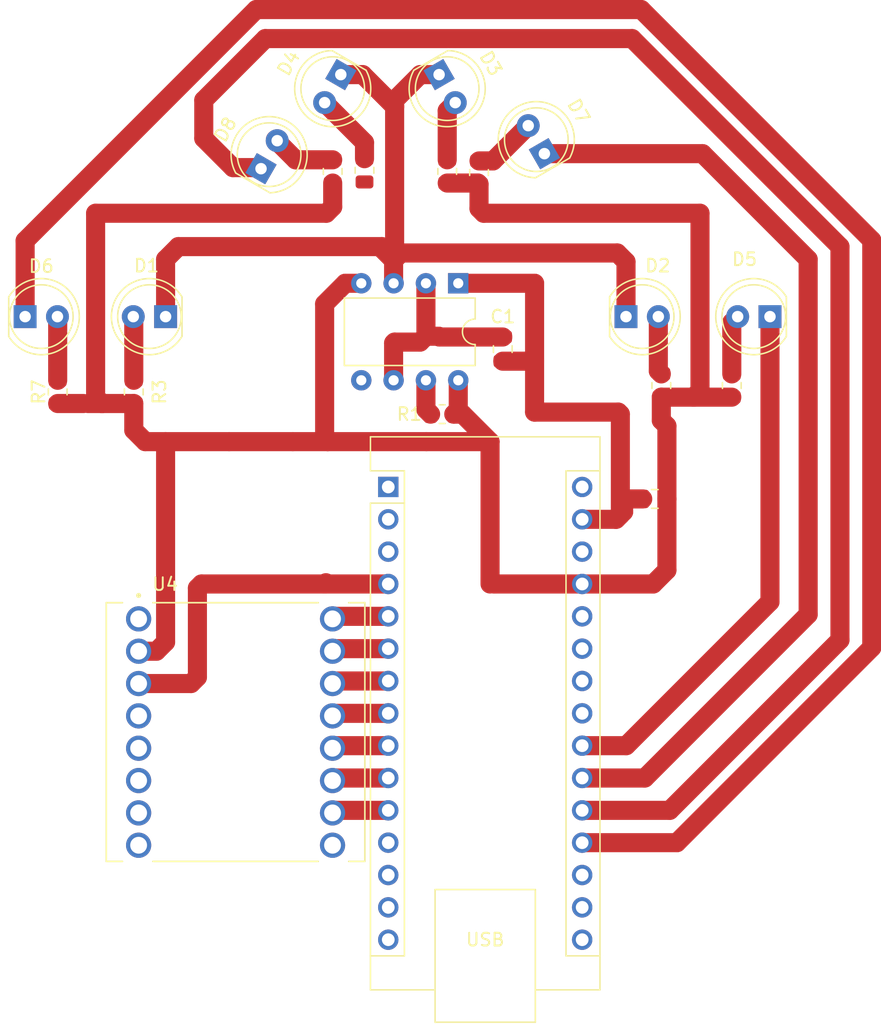
<source format=kicad_pcb>
(kicad_pcb (version 20240108) (generator "pcbnew") (generator_version "8.0")
  (layers (0 "F.Cu" signal) (31 "B.Cu" signal) (34 "B.Paste" user) (35 "F.Paste" user) (36 "B.SilkS" user "B.Silkscreen") (37 "F.SilkS" user "F.Silkscreen") (38 "B.Mask" user) (39 "F.Mask" user) (44 "Edge.Cuts" user))
  (net 0 "")
  (net 1 "Net-(U2-THR)")
  (net 2 "GND")
  (net 3 "Net-(D1-K)")
  (net 4 "Net-(D1-A)")
  (net 5 "Net-(D2-A)")
  (net 6 "Net-(D3-A)")
  (net 7 "Net-(D4-A)")
  (net 8 "Net-(D5-A)")
  (net 9 "Net-(D5-K)")
  (net 10 "Net-(D6-K)")
  (net 11 "Net-(D6-A)")
  (net 12 "Net-(D7-K)")
  (net 13 "Net-(D7-A)")
  (net 14 "Net-(D8-K)")
  (net 15 "Net-(D8-A)")
  (net 16 "Net-(U2-DIS)")
  (net 17 "+5V")
  (net 21 "Net-(TB1-D4)")
  (net 24 "Net-(TB1-D8)")
  (net 25 "Net-(TB1-RESET-Pad28)")
  (net 31 "Net-(TB1-D2)")
  (net 32 "Net-(TB1-D7)")
  (net 33 "Net-(TB1-D3)")
  (net 34 "Net-(TB1-D5)")
  (net 39 "Net-(TB1-D6)")
  (footprint "LED_THT:LED_D5.0mm" (layer "F.Cu") (at 143.27 45.319705 120)
    (property "Reference" "D7" (at 1.54 4 120) (layer "F.SilkS"))
    (property "Value" "LED" (hide yes))
    (fp_line (start -1.29 -1.545) (end -1.29 1.545) (stroke (width 0.12)) (layer "F.SilkS"))
    (fp_arc (start 4.26 -0.000462) (mid 2.072001 2.880432) (end -1.29 1.54483) (stroke (width 0.12)) (layer "F.SilkS"))
    (fp_arc (start -1.29 -1.54483) (mid 2.072001 -2.880433) (end 4.26 0.000462) (stroke (width 0.12)) (layer "F.SilkS"))
    (fp_circle (center 1.27 0) (end 3.77 0) (stroke (width 0.12)) (fill none) (layer "F.SilkS"))
    (pad "1" thru_hole rect (at 0 0 120) (size 1.8 1.8) (drill 0.9) (layers "*.Cu" "*.Mask") (net 12 "Net-(D7-K)"))
    (pad "2" thru_hole circle (at 2.54 0 120) (size 1.8 1.8) (drill 0.9) (layers "*.Cu" "*.Mask") (net 13 "Net-(D7-A)"))
  )
  (footprint "Resistor_SMD:R_0805_2012Metric" (layer "F.Cu") (at 135.24 65.78)
    (property "Reference" "R1" (at -2.5875 0 360) (layer "F.SilkS"))
    (property "Value" "R" (hide yes))
    (fp_line (start -0.227064 -0.735) (end 0.227064 -0.735) (stroke (width 0.12)) (layer "F.SilkS"))
    (fp_line (start -0.227064 0.735) (end 0.227064 0.735) (stroke (width 0.12)) (layer "F.SilkS"))
    (pad "1" smd roundrect (at -0.9125 0) (size 1.025 1.4) (layers "F.Cu" "F.Paste" "F.Mask") (roundrect_rratio 0.243902) (net 16 "Net-(U2-DIS)"))
    (pad "2" smd roundrect (at 0.9125 0) (size 1.025 1.4) (layers "F.Cu" "F.Paste" "F.Mask") (roundrect_rratio 0.243902) (net 17 "+5V"))
  )
  (footprint "LED_THT:LED_D5.0mm" (layer "F.Cu") (at 134.995 39.11134 -60)
    (property "Reference" "D3" (at 1.269999 -3.96 120) (layer "F.SilkS"))
    (property "Value" "LED" (hide yes))
    (fp_line (start -1.29 -1.545) (end -1.29 1.545) (stroke (width 0.12)) (layer "F.SilkS"))
    (fp_arc (start -1.29 -1.54483) (mid 2.072003 -2.880434) (end 4.260001 0.000462) (stroke (width 0.12)) (layer "F.SilkS"))
    (fp_arc (start 4.26 -0.000463) (mid 2.072002 2.880433) (end -1.29 1.54483) (stroke (width 0.12)) (layer "F.SilkS"))
    (fp_circle (center 1.270001 0) (end 3.77 0) (stroke (width 0.12)) (fill none) (layer "F.SilkS"))
    (pad "1" thru_hole rect (at 0 0 300) (size 1.8 1.8) (drill 0.9) (layers "*.Cu" "*.Mask") (net 3 "Net-(D1-K)"))
    (pad "2" thru_hole circle (at 2.54 0 300) (size 1.8 1.8) (drill 0.9) (layers "*.Cu" "*.Mask") (net 6 "Net-(D3-A)"))
  )
  (footprint "LED_THT:LED_D5.0mm" (layer "F.Cu") (at 121 46.5 60)
    (property "Reference" "D8" (at 1.27 -3.96 60) (layer "F.SilkS"))
    (property "Value" "LED" (hide yes))
    (fp_line (start -1.29 -1.545) (end -1.29 1.545) (stroke (width 0.12)) (layer "F.SilkS"))
    (fp_arc (start -1.29 -1.54483) (mid 2.072001 -2.880432) (end 4.26 0.000462) (stroke (width 0.12)) (layer "F.SilkS"))
    (fp_arc (start 4.26 -0.000462) (mid 2.072001 2.880433) (end -1.29 1.54483) (stroke (width 0.12)) (layer "F.SilkS"))
    (fp_circle (center 1.27 0) (end 3.77 0) (stroke (width 0.12)) (fill none) (layer "F.SilkS"))
    (pad "1" thru_hole rect (at 0 0 60) (size 1.8 1.8) (drill 0.9) (layers "*.Cu" "*.Mask") (net 14 "Net-(D8-K)"))
    (pad "2" thru_hole circle (at 2.54 0 60) (size 1.8 1.8) (drill 0.9) (layers "*.Cu" "*.Mask") (net 15 "Net-(D8-A)"))
  )
  (footprint "Resistor_SMD:R_0805_2012Metric" (layer "F.Cu") (at 135.6325 46.715523 -90)
    (property "Reference" "R4" (hide yes))
    (property "Value" "R" (hide yes))
    (fp_line (start -0.227064 0.735) (end 0.227064 0.735) (stroke (width 0.12)) (layer "F.SilkS"))
    (fp_line (start -0.227064 -0.735) (end 0.227064 -0.735) (stroke (width 0.12)) (layer "F.SilkS"))
    (pad "1" smd roundrect (at -0.9125 0 270) (size 1.025 1.4) (layers "F.Cu" "F.Paste" "F.Mask") (roundrect_rratio 0.243902) (net 6 "Net-(D3-A)"))
    (pad "2" smd roundrect (at 0.9125 0 270) (size 1.025 1.4) (layers "F.Cu" "F.Paste" "F.Mask") (roundrect_rratio 0.243902) (net 17 "+5V"))
  )
  (footprint "Resistor_SMD:R_0805_2012Metric" (layer "F.Cu") (at 105.02 64.0325 -90)
    (property "Reference" "R7" (at 0 1.5 90) (layer "F.SilkS"))
    (property "Value" "R" (hide yes))
    (fp_line (start -0.227064 0.735) (end 0.227064 0.735) (stroke (width 0.12)) (layer "F.SilkS"))
    (fp_line (start -0.227064 -0.735) (end 0.227064 -0.735) (stroke (width 0.12)) (layer "F.SilkS"))
    (pad "1" smd roundrect (at -0.9125 0 270) (size 1.025 1.4) (layers "F.Cu" "F.Paste" "F.Mask") (roundrect_rratio 0.243902) (net 11 "Net-(D6-A)"))
    (pad "2" smd roundrect (at 0.9125 0 270) (size 1.025 1.4) (layers "F.Cu" "F.Paste" "F.Mask") (roundrect_rratio 0.243902) (net 17 "+5V"))
  )
  (footprint "Capacitor_SMD:C_0805_2012Metric" (layer "F.Cu") (at 151.95 72.44 180)
    (property "Reference" "C3" (hide yes))
    (property "Value" "C" (hide yes))
    (fp_line (start -0.261252 0.735) (end 0.261252 0.735) (stroke (width 0.12)) (layer "F.SilkS"))
    (fp_line (start -0.261252 -0.735) (end 0.261252 -0.735) (stroke (width 0.12)) (layer "F.SilkS"))
    (pad "1" smd roundrect (at -0.95 0 180) (size 1 1.45) (layers "F.Cu" "F.Paste" "F.Mask") (net 17 "+5V"))
    (pad "2" smd roundrect (at 0.95 0 180) (size 1 1.45) (layers "F.Cu" "F.Paste" "F.Mask") (net 2 "GND"))
  )
  (footprint "Resistor_SMD:R_0805_2012Metric" (layer "F.Cu") (at 129.1325 46.628023 -90)
    (property "Reference" "R5" (hide yes))
    (property "Value" "R" (hide yes))
    (fp_line (start -0.227064 0.735) (end 0.227064 0.735) (stroke (width 0.12)) (layer "F.SilkS"))
    (fp_line (start -0.227064 -0.735) (end 0.227064 -0.735) (stroke (width 0.12)) (layer "F.SilkS"))
    (pad "1" smd roundrect (at -0.9125 0 270) (size 1.025 1.4) (layers "F.Cu" "F.Paste" "F.Mask") (roundrect_rratio 0.243902) (net 7 "Net-(D4-A)"))
    (pad "2" smd roundrect (at 0.9125 0 270) (size 1.025 1.4) (layers "F.Cu" "F.Paste" "F.Mask") (roundrect_rratio 0.243902) (net 17 "+5V"))
  )
  (footprint "Resistor_SMD:R_0805_2012Metric" (layer "F.Cu") (at 158 63.5325 -90)
    (property "Reference" "R6" (hide yes))
    (property "Value" "R" (hide yes))
    (fp_line (start -0.227064 0.735) (end 0.227064 0.735) (stroke (width 0.12)) (layer "F.SilkS"))
    (fp_line (start -0.227064 -0.735) (end 0.227064 -0.735) (stroke (width 0.12)) (layer "F.SilkS"))
    (pad "1" smd roundrect (at -0.9125 0 270) (size 1.025 1.4) (layers "F.Cu" "F.Paste" "F.Mask") (roundrect_rratio 0.243902) (net 8 "Net-(D5-A)"))
    (pad "2" smd roundrect (at 0.9125 0 270) (size 1.025 1.4) (layers "F.Cu" "F.Paste" "F.Mask") (roundrect_rratio 0.243902) (net 17 "+5V"))
  )
  (footprint "LED_THT:LED_D5.0mm" (layer "F.Cu") (at 161 58.12 180)
    (property "Reference" "D5" (at 2 4.5 360) (layer "F.SilkS"))
    (property "Value" "LED" (hide yes))
    (fp_line (start -1.29 -1.545) (end -1.29 1.545) (stroke (width 0.12)) (layer "F.SilkS"))
    (fp_arc (start 4.26 -0.000462) (mid 2.072002 2.880433) (end -1.29 1.54483) (stroke (width 0.12)) (layer "F.SilkS"))
    (fp_arc (start -1.29 -1.54483) (mid 2.072002 -2.880433) (end 4.26 0.000462) (stroke (width 0.12)) (layer "F.SilkS"))
    (fp_circle (center 1.27 0) (end 3.77 0) (stroke (width 0.12)) (fill none) (layer "F.SilkS"))
    (pad "1" thru_hole rect (at 0 0 180) (size 1.8 1.8) (drill 0.9) (layers "*.Cu" "*.Mask") (net 9 "Net-(D5-K)"))
    (pad "2" thru_hole circle (at 2.54 0 180) (size 1.8 1.8) (drill 0.9) (layers "*.Cu" "*.Mask") (net 8 "Net-(D5-A)"))
  )
  (footprint "LED_THT:LED_D5.0mm" (layer "F.Cu") (at 149.685 58.12)
    (property "Reference" "D2" (at 2.5 -4 0) (layer "F.SilkS"))
    (property "Value" "LED" (hide yes))
    (fp_line (start -1.29 -1.545) (end -1.29 1.545) (stroke (width 0.12)) (layer "F.SilkS"))
    (fp_arc (start -1.29 -1.54483) (mid 2.072002 -2.880433) (end 4.26 0.000462) (stroke (width 0.12)) (layer "F.SilkS"))
    (fp_arc (start 4.26 -0.000462) (mid 2.072002 2.880433) (end -1.29 1.54483) (stroke (width 0.12)) (layer "F.SilkS"))
    (fp_circle (center 1.27 0) (end 3.77 0) (stroke (width 0.12)) (fill none) (layer "F.SilkS"))
    (pad "1" thru_hole rect (at 0 0) (size 1.8 1.8) (drill 0.9) (layers "*.Cu" "*.Mask") (net 3 "Net-(D1-K)"))
    (pad "2" thru_hole circle (at 2.54 0) (size 1.8 1.8) (drill 0.9) (layers "*.Cu" "*.Mask") (net 5 "Net-(D2-A)"))
  )
  (footprint "LED_THT:LED_D5.0mm" (layer "F.Cu") (at 102.46 58.12)
    (property "Reference" "D6" (at 1.27 -3.96 0) (layer "F.SilkS"))
    (property "Value" "LED" (hide yes))
    (fp_line (start -1.29 -1.545) (end -1.29 1.545) (stroke (width 0.12)) (layer "F.SilkS"))
    (fp_arc (start -1.29 -1.54483) (mid 2.072002 -2.880433) (end 4.26 0.000462) (stroke (width 0.12)) (layer "F.SilkS"))
    (fp_arc (start 4.26 -0.000462) (mid 2.072002 2.880433) (end -1.29 1.54483) (stroke (width 0.12)) (layer "F.SilkS"))
    (fp_circle (center 1.27 0) (end 3.77 0) (stroke (width 0.12)) (fill none) (layer "F.SilkS"))
    (pad "1" thru_hole rect (at 0 0) (size 1.8 1.8) (drill 0.9) (layers "*.Cu" "*.Mask") (net 10 "Net-(D6-K)"))
    (pad "2" thru_hole circle (at 2.54 0) (size 1.8 1.8) (drill 0.9) (layers "*.Cu" "*.Mask") (net 11 "Net-(D6-A)"))
  )
  (footprint "Capacitor_SMD:C_0805_2012Metric" (layer "F.Cu") (at 140 60.67 -90)
    (property "Reference" "C1" (at -2.55 0 180) (layer "F.SilkS"))
    (property "Value" "C")
    (fp_line (start -0.261252 0.735) (end 0.261252 0.735) (stroke (width 0.12)) (layer "F.SilkS"))
    (fp_line (start -0.261252 -0.735) (end 0.261252 -0.735) (stroke (width 0.12)) (layer "F.SilkS"))
    (pad "1" smd roundrect (at -0.95 0 270) (size 1 1.45) (layers "F.Cu" "F.Paste" "F.Mask") (net 1 "Net-(U2-THR)"))
    (pad "2" smd roundrect (at 0.95 0 270) (size 1 1.45) (layers "F.Cu" "F.Paste" "F.Mask") (net 2 "GND"))
  )
  (footprint "tb6612FNG:TB6612FNG" (layer "F.Cu") (at 119 90.75)
    (property "Reference" "U4" (at -5.5332 -11.6132 360) (layer "F.SilkS"))
    (property "Value" "ROB-14450" (hide yes))
    (fp_line (start -10.16 -10.16) (end -10.16 10.16) (stroke (width 0.127)) (layer "F.SilkS"))
    (fp_line (start -8.89 -10.16) (end -10.16 -10.16) (stroke (width 0.127)) (layer "F.SilkS"))
    (fp_line (start -8.89 10.16) (end -10.16 10.16) (stroke (width 0.127)) (layer "F.SilkS"))
    (fp_line (start -6.5 -10.16) (end 6.5 -10.16) (stroke (width 0.127)) (layer "F.SilkS"))
    (fp_line (start -6.5 10.16) (end 6.5 10.16) (stroke (width 0.127)) (layer "F.SilkS"))
    (fp_line (start 8.89 -10.16) (end 10.16 -10.16) (stroke (width 0.127)) (layer "F.SilkS"))
    (fp_line (start 8.89 10.16) (end 10.16 10.16) (stroke (width 0.127)) (layer "F.SilkS"))
    (fp_line (start 10.16 10.16) (end 10.16 -10.16) (stroke (width 0.127)) (layer "F.SilkS"))
    (fp_circle (center -7.62 -10.7282) (end -7.52 -10.7282) (stroke (width 0.2)) (fill none) (layer "F.SilkS"))
    (pad "1" thru_hole circle (at -7.62 -8.89) (size 1.98 1.98) (drill 1.32) (layers "*.Cu" "*.Mask"))
    (pad "2" thru_hole circle (at -7.62 -6.35) (size 1.98 1.98) (drill 1.32) (layers "*.Cu" "*.Mask") (net 17 "+5V"))
    (pad "3" thru_hole circle (at -7.62 -3.81) (size 1.98 1.98) (drill 1.32) (layers "*.Cu" "*.Mask") (net 2 "GND"))
    (pad "4" thru_hole circle (at -7.62 -1.27) (size 1.98 1.98) (drill 1.32) (layers "*.Cu" "*.Mask"))
    (pad "5" thru_hole circle (at -7.62 1.27) (size 1.98 1.98) (drill 1.32) (layers "*.Cu" "*.Mask"))
    (pad "6" thru_hole circle (at -7.62 3.81) (size 1.98 1.98) (drill 1.32) (layers "*.Cu" "*.Mask"))
    (pad "7" thru_hole circle (at -7.62 6.35) (size 1.98 1.98) (drill 1.32) (layers "*.Cu" "*.Mask"))
    (pad "8" thru_hole circle (at -7.62 8.89) (size 1.98 1.98) (drill 1.32) (layers "*.Cu" "*.Mask") (net 2 "GND"))
    (pad "9" thru_hole circle (at 7.62 8.89) (size 1.98 1.98) (drill 1.32) (layers "*.Cu" "*.Mask") (net 2 "GND"))
    (pad "10" thru_hole circle (at 7.62 6.35) (size 1.98 1.98) (drill 1.32) (layers "*.Cu" "*.Mask") (net 24 "Net-(TB1-D8)"))
    (pad "11" thru_hole circle (at 7.62 3.81) (size 1.98 1.98) (drill 1.32) (layers "*.Cu" "*.Mask") (net 32 "Net-(TB1-D7)"))
    (pad "12" thru_hole circle (at 7.62 1.27) (size 1.98 1.98) (drill 1.32) (layers "*.Cu" "*.Mask") (net 39 "Net-(TB1-D6)"))
    (pad "13" thru_hole circle (at 7.62 -1.27) (size 1.98 1.98) (drill 1.32) (layers "*.Cu" "*.Mask") (net 34 "Net-(TB1-D5)"))
    (pad "14" thru_hole circle (at 7.62 -3.81) (size 1.98 1.98) (drill 1.32) (layers "*.Cu" "*.Mask") (net 21 "Net-(TB1-D4)"))
    (pad "15" thru_hole circle (at 7.62 -6.35) (size 1.98 1.98) (drill 1.32) (layers "*.Cu" "*.Mask") (net 33 "Net-(TB1-D3)"))
    (pad "16" thru_hole circle (at 7.62 -8.89) (size 1.98 1.98) (drill 1.32) (layers "*.Cu" "*.Mask") (net 31 "Net-(TB1-D2)"))
  )
  (footprint "Resistor_SMD:R_0805_2012Metric" (layer "F.Cu") (at 152.46 63.5325 -90)
    (property "Reference" "R2" (hide yes))
    (property "Value" "R" (hide yes))
    (fp_line (start -0.227064 0.735) (end 0.227064 0.735) (stroke (width 0.12)) (layer "F.SilkS"))
    (fp_line (start -0.227064 -0.735) (end 0.227064 -0.735) (stroke (width 0.12)) (layer "F.SilkS"))
    (pad "1" smd roundrect (at -0.9125 0 270) (size 1.025 1.4) (layers "F.Cu" "F.Paste" "F.Mask") (roundrect_rratio 0.243902) (net 5 "Net-(D2-A)"))
    (pad "2" smd roundrect (at 0.9125 0 270) (size 1.025 1.4) (layers "F.Cu" "F.Paste" "F.Mask") (roundrect_rratio 0.243902) (net 17 "+5V"))
  )
  (footprint "Module:Arduino_Nano" (layer "F.Cu") (at 131 71.5)
    (property "Reference" "TB1" (hide yes))
    (property "Value" "ARDUINO_NANO")
    (fp_line (start -1.4 -3.94) (end -1.4 -1.27) (stroke (width 0.12)) (layer "F.SilkS"))
    (fp_line (start -1.4 1.27) (end -1.4 39.5) (stroke (width 0.12)) (layer "F.SilkS"))
    (fp_line (start -1.4 39.5) (end 3.68 39.5) (stroke (width 0.12)) (layer "F.SilkS"))
    (fp_line (start 1.27 -1.27) (end -1.4 -1.27) (stroke (width 0.12)) (layer "F.SilkS"))
    (fp_line (start 1.27 1.27) (end -1.4 1.27) (stroke (width 0.12)) (layer "F.SilkS"))
    (fp_line (start 1.27 1.27) (end 1.27 -1.27) (stroke (width 0.12)) (layer "F.SilkS"))
    (fp_line (start 1.27 1.27) (end 1.27 36.83) (stroke (width 0.12)) (layer "F.SilkS"))
    (fp_line (start 1.27 36.83) (end -1.4 36.83) (stroke (width 0.12)) (layer "F.SilkS"))
    (fp_line (start 3.68 31.62) (end 11.56 31.62) (stroke (width 0.12)) (layer "F.SilkS"))
    (fp_line (start 3.68 42.04) (end 3.68 31.62) (stroke (width 0.12)) (layer "F.SilkS"))
    (fp_line (start 11.56 31.62) (end 11.56 42.04) (stroke (width 0.12)) (layer "F.SilkS"))
    (fp_line (start 11.56 42.04) (end 3.68 42.04) (stroke (width 0.12)) (layer "F.SilkS"))
    (fp_line (start 13.97 -1.27) (end 13.97 36.83) (stroke (width 0.12)) (layer "F.SilkS"))
    (fp_line (start 13.97 -1.27) (end 16.64 -1.27) (stroke (width 0.12)) (layer "F.SilkS"))
    (fp_line (start 13.97 36.83) (end 16.64 36.83) (stroke (width 0.12)) (layer "F.SilkS"))
    (fp_line (start 16.64 -3.94) (end -1.4 -3.94) (stroke (width 0.12)) (layer "F.SilkS"))
    (fp_line (start 16.64 39.5) (end 11.56 39.5) (stroke (width 0.12)) (layer "F.SilkS"))
    (fp_line (start 16.64 39.5) (end 16.64 -3.94) (stroke (width 0.12)) (layer "F.SilkS"))
    (fp_text user "USB" (at 7.62 35.56 0) (layer "F.SilkS"))
    (pad "1" thru_hole rect (at 0 0) (size 1.6 1.6) (drill 1) (layers "*.Cu" "*.Mask"))
    (pad "2" thru_hole oval (at 0 2.54) (size 1.6 1.6) (drill 1) (layers "*.Cu" "*.Mask"))
    (pad "3" thru_hole oval (at 0 5.08) (size 1.6 1.6) (drill 1) (layers "*.Cu" "*.Mask") (net 25 "Net-(TB1-RESET-Pad28)"))
    (pad "4" thru_hole oval (at 0 7.62) (size 1.6 1.6) (drill 1) (layers "*.Cu" "*.Mask") (net 2 "GND"))
    (pad "5" thru_hole oval (at 0 10.16) (size 1.6 1.6) (drill 1) (layers "*.Cu" "*.Mask") (net 31 "Net-(TB1-D2)"))
    (pad "6" thru_hole oval (at 0 12.7) (size 1.6 1.6) (drill 1) (layers "*.Cu" "*.Mask") (net 33 "Net-(TB1-D3)"))
    (pad "7" thru_hole oval (at 0 15.24) (size 1.6 1.6) (drill 1) (layers "*.Cu" "*.Mask") (net 21 "Net-(TB1-D4)"))
    (pad "8" thru_hole oval (at 0 17.78) (size 1.6 1.6) (drill 1) (layers "*.Cu" "*.Mask") (net 34 "Net-(TB1-D5)"))
    (pad "9" thru_hole oval (at 0 20.32) (size 1.6 1.6) (drill 1) (layers "*.Cu" "*.Mask") (net 39 "Net-(TB1-D6)"))
    (pad "10" thru_hole oval (at 0 22.86) (size 1.6 1.6) (drill 1) (layers "*.Cu" "*.Mask") (net 32 "Net-(TB1-D7)"))
    (pad "11" thru_hole oval (at 0 25.4) (size 1.6 1.6) (drill 1) (layers "*.Cu" "*.Mask") (net 24 "Net-(TB1-D8)"))
    (pad "12" thru_hole oval (at 0 27.94) (size 1.6 1.6) (drill 1) (layers "*.Cu" "*.Mask"))
    (pad "13" thru_hole oval (at 0 30.48) (size 1.6 1.6) (drill 1) (layers "*.Cu" "*.Mask"))
    (pad "14" thru_hole oval (at 0 33.02) (size 1.6 1.6) (drill 1) (layers "*.Cu" "*.Mask"))
    (pad "15" thru_hole oval (at 0 35.56) (size 1.6 1.6) (drill 1) (layers "*.Cu" "*.Mask"))
    (pad "16" thru_hole oval (at 15.24 35.56) (size 1.6 1.6) (drill 1) (layers "*.Cu" "*.Mask"))
    (pad "17" thru_hole oval (at 15.24 33.02) (size 1.6 1.6) (drill 1) (layers "*.Cu" "*.Mask"))
    (pad "18" thru_hole oval (at 15.24 30.48) (size 1.6 1.6) (drill 1) (layers "*.Cu" "*.Mask"))
    (pad "19" thru_hole oval (at 15.24 27.94) (size 1.6 1.6) (drill 1) (layers "*.Cu" "*.Mask") (net 10 "Net-(D6-K)"))
    (pad "20" thru_hole oval (at 15.24 25.4) (size 1.6 1.6) (drill 1) (layers "*.Cu" "*.Mask") (net 14 "Net-(D8-K)"))
    (pad "21" thru_hole oval (at 15.24 22.86) (size 1.6 1.6) (drill 1) (layers "*.Cu" "*.Mask") (net 12 "Net-(D7-K)"))
    (pad "22" thru_hole oval (at 15.24 20.32) (size 1.6 1.6) (drill 1) (layers "*.Cu" "*.Mask") (net 9 "Net-(D5-K)"))
    (pad "23" thru_hole oval (at 15.24 17.78) (size 1.6 1.6) (drill 1) (layers "*.Cu" "*.Mask"))
    (pad "24" thru_hole oval (at 15.24 15.24) (size 1.6 1.6) (drill 1) (layers "*.Cu" "*.Mask"))
    (pad "25" thru_hole oval (at 15.24 12.7) (size 1.6 1.6) (drill 1) (layers "*.Cu" "*.Mask"))
    (pad "26" thru_hole oval (at 15.24 10.16) (size 1.6 1.6) (drill 1) (layers "*.Cu" "*.Mask"))
    (pad "27" thru_hole oval (at 15.24 7.62) (size 1.6 1.6) (drill 1) (layers "*.Cu" "*.Mask") (net 17 "+5V"))
    (pad "28" thru_hole oval (at 15.24 5.08) (size 1.6 1.6) (drill 1) (layers "*.Cu" "*.Mask") (net 25 "Net-(TB1-RESET-Pad28)"))
    (pad "29" thru_hole oval (at 15.24 2.54) (size 1.6 1.6) (drill 1) (layers "*.Cu" "*.Mask") (net 2 "GND"))
    (pad "30" thru_hole oval (at 15.24 0) (size 1.6 1.6) (drill 1) (layers "*.Cu" "*.Mask"))
  )
  (footprint "LED_THT:LED_D5.0mm" (layer "F.Cu") (at 127.27 39.111341 -120)
    (property "Reference" "D4" (at 1.27 4 60) (layer "F.SilkS"))
    (property "Value" "LED" (hide yes))
    (fp_line (start -1.29 -1.545) (end -1.29 1.545) (stroke (width 0.12)) (layer "F.SilkS"))
    (fp_arc (start 4.26 -0.000462) (mid 2.072001 2.880433) (end -1.29 1.54483) (stroke (width 0.12)) (layer "F.SilkS"))
    (fp_arc (start -1.29 -1.54483) (mid 2.072001 -2.880432) (end 4.26 0.000462) (stroke (width 0.12)) (layer "F.SilkS"))
    (fp_circle (center 1.27 0) (end 3.77 0) (stroke (width 0.12)) (fill none) (layer "F.SilkS"))
    (pad "1" thru_hole rect (at 0 0 240) (size 1.8 1.8) (drill 0.9) (layers "*.Cu" "*.Mask") (net 3 "Net-(D1-K)"))
    (pad "2" thru_hole circle (at 2.54 0 240) (size 1.8 1.8) (drill 0.9) (layers "*.Cu" "*.Mask") (net 7 "Net-(D4-A)"))
  )
  (footprint "Resistor_SMD:R_0805_2012Metric" (layer "F.Cu") (at 126.6325 46.715523 -90)
    (property "Reference" "R9" (hide yes))
    (property "Value" "R" (hide yes))
    (fp_line (start -0.227064 0.735) (end 0.227064 0.735) (stroke (width 0.12)) (layer "F.SilkS"))
    (fp_line (start -0.227064 -0.735) (end 0.227064 -0.735) (stroke (width 0.12)) (layer "F.SilkS"))
    (pad "1" smd roundrect (at -0.9125 0 270) (size 1.025 1.4) (layers "F.Cu" "F.Paste" "F.Mask") (roundrect_rratio 0.243902) (net 15 "Net-(D8-A)"))
    (pad "2" smd roundrect (at 0.9125 0 270) (size 1.025 1.4) (layers "F.Cu" "F.Paste" "F.Mask") (roundrect_rratio 0.243902) (net 17 "+5V"))
  )
  (footprint "Package_DIP:DIP-8_W7.62mm" (layer "F.Cu") (at 136.5 55.5 -90)
    (property "Reference" "U2" (hide yes))
    (property "Value" "NE555P" (hide yes))
    (fp_line (start 1.16 8.95) (end 6.46 8.95) (stroke (width 0.12)) (layer "F.SilkS"))
    (fp_line (start 6.46 8.95) (end 6.46 -1.33) (stroke (width 0.12)) (layer "F.SilkS"))
    (fp_line (start 1.16 -1.33) (end 1.16 8.95) (stroke (width 0.12)) (layer "F.SilkS"))
    (fp_line (start 2.81 -1.33) (end 1.16 -1.33) (stroke (width 0.12)) (layer "F.SilkS"))
    (fp_line (start 6.46 -1.33) (end 4.81 -1.33) (stroke (width 0.12)) (layer "F.SilkS"))
    (fp_arc (start 4.81 -1.33) (mid 3.81 -0.33) (end 2.81 -1.33) (stroke (width 0.12)) (layer "F.SilkS"))
    (pad "1" thru_hole rect (at 0 0 270) (size 1.6 1.6) (drill 0.8) (layers "*.Cu" "*.Mask") (net 2 "GND"))
    (pad "2" thru_hole oval (at 0 2.54 270) (size 1.6 1.6) (drill 0.8) (layers "*.Cu" "*.Mask") (net 1 "Net-(U2-THR)"))
    (pad "3" thru_hole oval (at 0 5.08 270) (size 1.6 1.6) (drill 0.8) (layers "*.Cu" "*.Mask") (net 3 "Net-(D1-K)"))
    (pad "4" thru_hole oval (at 0 7.62 270) (size 1.6 1.6) (drill 0.8) (layers "*.Cu" "*.Mask") (net 17 "+5V"))
    (pad "5" thru_hole oval (at 7.62 7.62 270) (size 1.6 1.6) (drill 0.8) (layers "*.Cu" "*.Mask"))
    (pad "6" thru_hole oval (at 7.62 5.08 270) (size 1.6 1.6) (drill 0.8) (layers "*.Cu" "*.Mask") (net 1 "Net-(U2-THR)"))
    (pad "7" thru_hole oval (at 7.62 2.54 270) (size 1.6 1.6) (drill 0.8) (layers "*.Cu" "*.Mask") (net 16 "Net-(U2-DIS)"))
    (pad "8" thru_hole oval (at 7.62 0 270) (size 1.6 1.6) (drill 0.8) (layers "*.Cu" "*.Mask") (net 17 "+5V"))
  )
  (footprint "Resistor_SMD:R_0805_2012Metric" (layer "F.Cu") (at 111 64.0325 -90)
    (property "Reference" "R3" (at 0 -2.02 90) (layer "F.SilkS"))
    (property "Value" "R" (hide yes))
    (fp_line (start -0.227064 0.735) (end 0.227064 0.735) (stroke (width 0.12)) (layer "F.SilkS"))
    (fp_line (start -0.227064 -0.735) (end 0.227064 -0.735) (stroke (width 0.12)) (layer "F.SilkS"))
    (pad "1" smd roundrect (at -0.9125 0 270) (size 1.025 1.4) (layers "F.Cu" "F.Paste" "F.Mask") (roundrect_rratio 0.243902) (net 4 "Net-(D1-A)"))
    (pad "2" smd roundrect (at 0.9125 0 270) (size 1.025 1.4) (layers "F.Cu" "F.Paste" "F.Mask") (roundrect_rratio 0.243902) (net 17 "+5V"))
  )
  (footprint "Resistor_SMD:R_0805_2012Metric" (layer "F.Cu") (at 138.1325 46.803023 -90)
    (property "Reference" "R8" (hide yes))
    (property "Value" "R" (hide yes))
    (fp_line (start -0.227064 0.735) (end 0.227064 0.735) (stroke (width 0.12)) (layer "F.SilkS"))
    (fp_line (start -0.227064 -0.735) (end 0.227064 -0.735) (stroke (width 0.12)) (layer "F.SilkS"))
    (pad "1" smd roundrect (at -0.9125 0 270) (size 1.025 1.4) (layers "F.Cu" "F.Paste" "F.Mask") (roundrect_rratio 0.243902) (net 13 "Net-(D7-A)"))
    (pad "2" smd roundrect (at 0.9125 0 270) (size 1.025 1.4) (layers "F.Cu" "F.Paste" "F.Mask") (roundrect_rratio 0.243902) (net 17 "+5V"))
  )
  (footprint "LED_THT:LED_D5.0mm" (layer "F.Cu") (at 113.5 58.12 180)
    (property "Reference" "D1" (at 1.5 4 360) (layer "F.SilkS"))
    (property "Value" "LED" (hide yes))
    (fp_line (start -1.29 -1.545) (end -1.29 1.545) (stroke (width 0.12)) (layer "F.SilkS"))
    (fp_arc (start 4.26 -0.000462) (mid 2.072002 2.880433) (end -1.29 1.54483) (stroke (width 0.12)) (layer "F.SilkS"))
    (fp_arc (start -1.29 -1.54483) (mid 2.072002 -2.880433) (end 4.26 0.000462) (stroke (width 0.12)) (layer "F.SilkS"))
    (fp_circle (center 1.27 0) (end 3.77 0) (stroke (width 0.12)) (fill none) (layer "F.SilkS"))
    (pad "1" thru_hole rect (at 0 0 180) (size 1.8 1.8) (drill 0.9) (layers "*.Cu" "*.Mask") (net 3 "Net-(D1-K)"))
    (pad "2" thru_hole circle (at 2.54 0 180) (size 1.8 1.8) (drill 0.9) (layers "*.Cu" "*.Mask") (net 4 "Net-(D1-A)"))
  )
  (segment (start 131.42 60.2) (end 131.5 60.12) (width 1.5) (layer "F.Cu") (net 1))
  (segment (start 131.42 63.12) (end 131.42 60.2) (width 1.5) (layer "F.Cu") (net 1))
  (segment (start 133.96 59.66) (end 134.96 59.66) (width 1.5) (layer "F.Cu") (net 1))
  (segment (start 135.02 59.72) (end 140 59.72) (width 1.5) (layer "F.Cu") (net 1))
  (segment (start 133.5 60.12) (end 133.96 59.66) (width 1.5) (layer "F.Cu") (net 1))
  (segment (start 131.5 60.12) (end 133.5 60.12) (width 1.5) (layer "F.Cu") (net 1))
  (segment (start 133.96 59.66) (end 133.96 55.5) (width 1.5) (layer "F.Cu") (net 1))
  (segment (start 134.96 59.66) (end 135.02 59.72) (width 1.5) (layer "F.Cu") (net 1))
  (segment (start 126 79.12) (end 116.32 79.12) (width 1.5) (layer "F.Cu") (net 2))
  (segment (start 142.5 65.62) (end 149.08 65.62) (width 1.5) (layer "F.Cu") (net 2))
  (segment (start 140 61.62) (end 142.5 61.62) (width 1.5) (layer "F.Cu") (net 2))
  (segment (start 142.5 55.5) (end 136.5 55.5) (width 1.5) (layer "F.Cu") (net 2))
  (segment (start 142.5 61.62) (end 142.5 55.5) (width 1.5) (layer "F.Cu") (net 2))
  (segment (start 149.08 65.62) (end 149.24 65.78) (width 1.5) (layer "F.Cu") (net 2))
  (segment (start 116.32 79.12) (end 116 79.44) (width 1.5) (layer "F.Cu") (net 2))
  (segment (start 151 72.44) (end 149.5 72.44) (width 1.5) (layer "F.Cu") (net 2))
  (segment (start 116 79.44) (end 116 86.44) (width 1.5) (layer "F.Cu") (net 2))
  (segment (start 149.5 73.44) (end 149.5 72.44) (width 1.5) (layer "F.Cu") (net 2))
  (segment (start 142.5 61.62) (end 142.5 65.62) (width 1.5) (layer "F.Cu") (net 2))
  (segment (start 149.24 73.7) (end 148.9 74.04) (width 1.5) (layer "F.Cu") (net 2))
  (segment (start 148.9 74.04) (end 149.5 73.44) (width 1.5) (layer "F.Cu") (net 2))
  (segment (start 126.1 79.02) (end 126 79.12) (width 1.5) (layer "F.Cu") (net 2))
  (segment (start 116 86.44) (end 115.5 86.94) (width 1.5) (layer "F.Cu") (net 2))
  (segment (start 149.24 65.78) (end 149.24 73.7) (width 1.5) (layer "F.Cu") (net 2))
  (segment (start 115.5 86.94) (end 111.38 86.94) (width 1.5) (layer "F.Cu") (net 2))
  (segment (start 131 79.12) (end 126 79.12) (width 1.5) (layer "F.Cu") (net 2))
  (segment (start 146.24 74.04) (end 148.9 74.04) (width 1.5) (layer "F.Cu") (net 2))
  (segment (start 113.5 58.12) (end 113.5 53.62) (width 1.5) (layer "F.Cu") (net 3))
  (segment (start 149 53.12) (end 132 53.12) (width 1.5) (layer "F.Cu") (net 3))
  (segment (start 131.42 53.7) (end 131.5 53.62) (width 1.5) (layer "F.Cu") (net 3))
  (segment (start 114.5 52.62) (end 130.5 52.62) (width 1.5) (layer "F.Cu") (net 3))
  (segment (start 131.5 53.62) (end 131.5 41.62) (width 1.5) (layer "F.Cu") (net 3))
  (segment (start 134.995 39.11134) (end 133.50866 39.11134) (width 1.5) (layer "F.Cu") (net 3))
  (segment (start 130.5 52.62) (end 130.5 52.78) (width 1.5) (layer "F.Cu") (net 3))
  (segment (start 113.5 53.62) (end 114.5 52.62) (width 1.5) (layer "F.Cu") (net 3))
  (segment (start 133.50866 39.11134) (end 131.5 41.12) (width 1.5) (layer "F.Cu") (net 3))
  (segment (start 132 53.12) (end 131.42 53.7) (width 1.5) (layer "F.Cu") (net 3))
  (segment (start 128.991341 39.111341) (end 127.27 39.111341) (width 1.5) (layer "F.Cu") (net 3))
  (segment (start 149.685 53.805) (end 149 53.12) (width 1.5) (layer "F.Cu") (net 3))
  (segment (start 149.685 58.12) (end 149.685 53.805) (width 1.5) (layer "F.Cu") (net 3))
  (segment (start 131.5 41.12) (end 131.5 41.62) (width 1.5) (layer "F.Cu") (net 3))
  (segment (start 130.5 52.78) (end 131.42 53.7) (width 1.5) (layer "F.Cu") (net 3))
  (segment (start 131.5 41.62) (end 128.991341 39.111341) (width 1.5) (layer "F.Cu") (net 3))
  (segment (start 131.42 53.7) (end 131.42 55.5) (width 1.5) (layer "F.Cu") (net 3))
  (segment (start 111 58.16) (end 110.96 58.12) (width 1.5) (layer "F.Cu") (net 4))
  (segment (start 111 63.12) (end 111 58.16) (width 1.5) (layer "F.Cu") (net 4))
  (segment (start 152.225 58.12) (end 152.225 62.385) (width 1.5) (layer "F.Cu") (net 5))
  (segment (start 152.225 62.385) (end 152.46 62.62) (width 1.5) (layer "F.Cu") (net 5))
  (segment (start 135.6325 41.943544) (end 136.265 41.311044) (width 1.5) (layer "F.Cu") (net 6))
  (segment (start 135.6325 45.803023) (end 135.6325 41.943544) (width 1.5) (layer "F.Cu") (net 6))
  (segment (start 129.1325 45.715523) (end 129.1325 44.443546) (width 1.5) (layer "F.Cu") (net 7))
  (segment (start 129.1325 44.443546) (end 126 41.311046) (width 1.5) (layer "F.Cu") (net 7))
  (segment (start 158 62.62) (end 158 58.58) (width 1.5) (layer "F.Cu") (net 8))
  (segment (start 158 58.58) (end 158.46 58.12) (width 1.5) (layer "F.Cu") (net 8))
  (segment (start 149.7 91.82) (end 146.24 91.82) (width 1.5) (layer "F.Cu") (net 9))
  (segment (start 161 58.12) (end 161 80.52) (width 1.5) (layer "F.Cu") (net 9))
  (segment (start 161 80.52) (end 149.7 91.82) (width 1.5) (layer "F.Cu") (net 9))
  (segment (start 169 52.12) (end 150.88 34) (width 1.5) (layer "F.Cu") (net 10))
  (segment (start 153.68 99.44) (end 169 84.12) (width 1.5) (layer "F.Cu") (net 10))
  (segment (start 169 84.12) (end 169 52.12) (width 1.5) (layer "F.Cu") (net 10))
  (segment (start 150.88 34) (end 120.62 34) (width 1.5) (layer "F.Cu") (net 10))
  (segment (start 146.24 99.44) (end 153.68 99.44) (width 1.5) (layer "F.Cu") (net 10))
  (segment (start 102.46 52.16) (end 102.46 58.12) (width 1.5) (layer "F.Cu") (net 10))
  (segment (start 120.62 34) (end 102.46 52.16) (width 1.5) (layer "F.Cu") (net 10))
  (segment (start 105.02 58.14) (end 105 58.12) (width 1.5) (layer "F.Cu") (net 11))
  (segment (start 105.02 63.12) (end 105.02 58.14) (width 1.5) (layer "F.Cu") (net 11))
  (segment (start 155.699705 45.319705) (end 164 53.62) (width 1.5) (layer "F.Cu") (net 12))
  (segment (start 151.16 94.36) (end 146.24 94.36) (width 1.5) (layer "F.Cu") (net 12))
  (segment (start 164 53.62) (end 164 81.52) (width 1.5) (layer "F.Cu") (net 12))
  (segment (start 164 81.52) (end 151.16 94.36) (width 1.5) (layer "F.Cu") (net 12))
  (segment (start 143.27 45.319705) (end 155.699705 45.319705) (width 1.5) (layer "F.Cu") (net 12))
  (segment (start 139.229477 45.890523) (end 142 43.12) (width 1.5) (layer "F.Cu") (net 13))
  (segment (start 138.1325 45.890523) (end 139.229477 45.890523) (width 1.5) (layer "F.Cu") (net 13))
  (segment (start 153.12 96.9) (end 146.24 96.9) (width 1.5) (layer "F.Cu") (net 14))
  (segment (start 166.5 52.62) (end 166.5 83.52) (width 1.5) (layer "F.Cu") (net 14))
  (segment (start 120.8625 46.415228) (end 118.795228 46.415228) (width 1.5) (layer "F.Cu") (net 14))
  (segment (start 166.5 83.52) (end 153.12 96.9) (width 1.5) (layer "F.Cu") (net 14))
  (segment (start 116.5 41.12) (end 121.34 36.28) (width 1.5) (layer "F.Cu") (net 14))
  (segment (start 116.5 44.12) (end 116.5 41.12) (width 1.5) (layer "F.Cu") (net 14))
  (segment (start 118.795228 46.415228) (end 116.5 44.12) (width 1.5) (layer "F.Cu") (net 14))
  (segment (start 150.16 36.28) (end 166.5 52.62) (width 1.5) (layer "F.Cu") (net 14))
  (segment (start 121.34 36.28) (end 150.16 36.28) (width 1.5) (layer "F.Cu") (net 14))
  (segment (start 123.72 45.803023) (end 122.1325 44.215523) (width 1.5) (layer "F.Cu") (net 15))
  (segment (start 126.6325 45.803023) (end 123.72 45.803023) (width 1.5) (layer "F.Cu") (net 15))
  (segment (start 133.96 63.12) (end 133.96 65.4125) (width 1.5) (layer "F.Cu") (net 16))
  (segment (start 133.96 65.4125) (end 134.3275 65.78) (width 1.5) (layer "F.Cu") (net 16))
  (segment (start 155.5 50) (end 155.5 63.945) (width 1.5) (layer "F.Cu") (net 17))
  (segment (start 155 64.445) (end 158 64.445) (width 1.5) (layer "F.Cu") (net 17))
  (segment (start 126.1325 50) (end 108 50) (width 1.5) (layer "F.Cu") (net 17))
  (segment (start 118.5 67.94) (end 113.5 67.94) (width 1.5) (layer "F.Cu") (net 17))
  (segment (start 152.9 66.705) (end 152.46 66.265) (width 1.5) (layer "F.Cu") (net 17))
  (segment (start 123.5 67.94) (end 118.5 67.94) (width 1.5) (layer "F.Cu") (net 17))
  (segment (start 126.6325 47.628023) (end 126.6325 49.5) (width 1.5) (layer "F.Cu") (net 17))
  (segment (start 127.62 55.5) (end 128.88 55.5) (width 1.5) (layer "F.Cu") (net 17))
  (segment (start 126 57.12) (end 127.62 55.5) (width 1.5) (layer "F.Cu") (net 17))
  (segment (start 135.6325 47.628023) (end 138.045 47.628023) (width 1.5) (layer "F.Cu") (net 17))
  (segment (start 126.24 67.94) (end 123.5 67.94) (width 1.5) (layer "F.Cu") (net 17))
  (segment (start 107.4 64.945) (end 108.5 64.945) (width 1.5) (layer "F.Cu") (net 17))
  (segment (start 126 67.7) (end 126.24 67.94) (width 1.5) (layer "F.Cu") (net 17))
  (segment (start 107.05 64.945) (end 105.02 64.945) (width 1.5) (layer "F.Cu") (net 17))
  (segment (start 139.34 79.12) (end 139 78.78) (width 1.5) (layer "F.Cu") (net 17))
  (segment (start 134 67.94) (end 126.24 67.94) (width 1.5) (layer "F.Cu") (net 17))
  (segment (start 113.5 67.94) (end 113.5 83.680071) (width 1.5) (layer "F.Cu") (net 17))
  (segment (start 126 57.12) (end 126 67.7) (width 1.5) (layer "F.Cu") (net 17))
  (segment (start 152.9 72.44) (end 152.9 66.705) (width 1.5) (layer "F.Cu") (net 17))
  (segment (start 146.24 79.12) (end 151.82 79.12) (width 1.5) (layer "F.Cu") (net 17))
  (segment (start 108 50) (end 108 64.445) (width 1.5) (layer "F.Cu") (net 17))
  (segment (start 108.5 64.945) (end 111 64.945) (width 1.5) (layer "F.Cu") (net 17))
  (segment (start 139 79.12) (end 139 78.78) (width 1.5) (layer "F.Cu") (net 17))
  (segment (start 136.5 65.4325) (end 136.1525 65.78) (width 1.5) (layer "F.Cu") (net 17))
  (segment (start 146.24 79.12) (end 139.34 79.12) (width 1.5) (layer "F.Cu") (net 17))
  (segment (start 136.5 63.12) (end 136.5 65.4325) (width 1.5) (layer "F.Cu") (net 17))
  (segment (start 136.1525 65.78) (end 136.84 65.78) (width 1.5) (layer "F.Cu") (net 17))
  (segment (start 113.5 83.680071) (end 112.780071 84.4) (width 1.5) (layer "F.Cu") (net 17))
  (segment (start 155.5 63.945) (end 155 64.445) (width 1.5) (layer "F.Cu") (net 17))
  (segment (start 138.5 50) (end 155.5 50) (width 1.5) (layer "F.Cu") (net 17))
  (segment (start 139 67.94) (end 134 67.94) (width 1.5) (layer "F.Cu") (net 17))
  (segment (start 138.1325 47.715523) (end 138.1325 49.6325) (width 1.5) (layer "F.Cu") (net 17))
  (segment (start 112.780071 84.4) (end 111.38 84.4) (width 1.5) (layer "F.Cu") (net 17))
  (segment (start 138.1325 49.6325) (end 138.5 50) (width 1.5) (layer "F.Cu") (net 17))
  (segment (start 152.46 66.265) (end 152.46 64.445) (width 1.5) (layer "F.Cu") (net 17))
  (segment (start 111 67.04) (end 111 64.945) (width 1.5) (layer "F.Cu") (net 17))
  (segment (start 111.9 67.94) (end 111 67.04) (width 1.5) (layer "F.Cu") (net 17))
  (segment (start 126.6325 49.5) (end 126.1325 50) (width 1.5) (layer "F.Cu") (net 17))
  (segment (start 113.5 67.94) (end 111.9 67.94) (width 1.5) (layer "F.Cu") (net 17))
  (segment (start 151.82 79.12) (end 152.9 78.04) (width 1.5) (layer "F.Cu") (net 17))
  (segment (start 139 78.78) (end 139 67.94) (width 1.5) (layer "F.Cu") (net 17))
  (segment (start 136.84 65.78) (end 139 67.94) (width 1.5) (layer "F.Cu") (net 17))
  (segment (start 152.9 78.04) (end 152.9 72.44) (width 1.5) (layer "F.Cu") (net 17))
  (segment (start 152.46 64.445) (end 155 64.445) (width 1.5) (layer "F.Cu") (net 17))
  (segment (start 108 64.445) (end 108.5 64.945) (width 1.5) (layer "F.Cu") (net 17))
  (segment (start 138.045 47.628023) (end 138.1325 47.715523) (width 1.5) (layer "F.Cu") (net 17))
  (segment (start 131 86.74) (end 126.82 86.74) (width 1.5) (layer "F.Cu") (net 21))
  (segment (start 126.82 86.74) (end 126.62 86.94) (width 1.5) (layer "F.Cu") (net 21))
  (segment (start 126.82 96.9) (end 126.62 97.1) (width 1.5) (layer "F.Cu") (net 24))
  (segment (start 131 96.9) (end 126.82 96.9) (width 1.5) (layer "F.Cu") (net 24))
  (segment (start 126.82 81.66) (end 126.62 81.86) (width 1.5) (layer "F.Cu") (net 31))
  (segment (start 131 81.66) (end 126.82 81.66) (width 1.5) (layer "F.Cu") (net 31))
  (segment (start 126.82 94.36) (end 126.62 94.56) (width 1.5) (layer "F.Cu") (net 32))
  (segment (start 131 94.36) (end 126.82 94.36) (width 1.5) (layer "F.Cu") (net 32))
  (segment (start 126.82 84.2) (end 126.62 84.4) (width 1.5) (layer "F.Cu") (net 33))
  (segment (start 131 84.2) (end 126.82 84.2) (width 1.5) (layer "F.Cu") (net 33))
  (segment (start 126.82 89.28) (end 126.62 89.48) (width 1.5) (layer "F.Cu") (net 34))
  (segment (start 131 89.28) (end 126.82 89.28) (width 1.5) (layer "F.Cu") (net 34))
  (segment (start 126.82 91.82) (end 126.62 92.02) (width 1.5) (layer "F.Cu") (net 39))
  (segment (start 131 91.82) (end 126.82 91.82) (width 1.5) (layer "F.Cu") (net 39))
)
</source>
